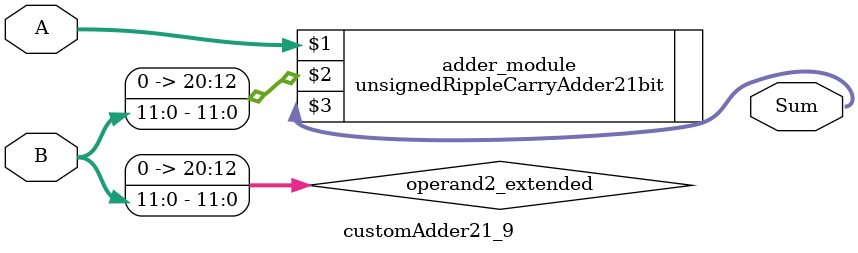
<source format=v>

module customAdder21_9(
                    input [20 : 0] A,
                    input [11 : 0] B,
                    
                    output [21 : 0] Sum
            );

    wire [20 : 0] operand2_extended;
    
    assign operand2_extended =  {9'b0, B};
    
    unsignedRippleCarryAdder21bit adder_module(
        A,
        operand2_extended,
        Sum
    );
    
endmodule
        
</source>
